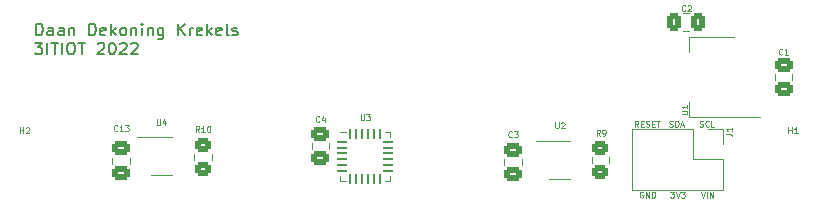
<source format=gto>
G04 #@! TF.GenerationSoftware,KiCad,Pcbnew,6.0.9-8da3e8f707~116~ubuntu22.04.1*
G04 #@! TF.CreationDate,2022-11-08T11:47:18+01:00*
G04 #@! TF.ProjectId,PCB-lijnvolger,5043422d-6c69-46a6-9e76-6f6c6765722e,1.0*
G04 #@! TF.SameCoordinates,Original*
G04 #@! TF.FileFunction,Legend,Top*
G04 #@! TF.FilePolarity,Positive*
%FSLAX46Y46*%
G04 Gerber Fmt 4.6, Leading zero omitted, Abs format (unit mm)*
G04 Created by KiCad (PCBNEW 6.0.9-8da3e8f707~116~ubuntu22.04.1) date 2022-11-08 11:47:18*
%MOMM*%
%LPD*%
G01*
G04 APERTURE LIST*
G04 Aperture macros list*
%AMRoundRect*
0 Rectangle with rounded corners*
0 $1 Rounding radius*
0 $2 $3 $4 $5 $6 $7 $8 $9 X,Y pos of 4 corners*
0 Add a 4 corners polygon primitive as box body*
4,1,4,$2,$3,$4,$5,$6,$7,$8,$9,$2,$3,0*
0 Add four circle primitives for the rounded corners*
1,1,$1+$1,$2,$3*
1,1,$1+$1,$4,$5*
1,1,$1+$1,$6,$7*
1,1,$1+$1,$8,$9*
0 Add four rect primitives between the rounded corners*
20,1,$1+$1,$2,$3,$4,$5,0*
20,1,$1+$1,$4,$5,$6,$7,0*
20,1,$1+$1,$6,$7,$8,$9,0*
20,1,$1+$1,$8,$9,$2,$3,0*%
G04 Aperture macros list end*
%ADD10C,0.100000*%
%ADD11C,0.150000*%
%ADD12C,0.120000*%
%ADD13R,1.560000X0.650000*%
%ADD14RoundRect,0.250000X0.450000X-0.350000X0.450000X0.350000X-0.450000X0.350000X-0.450000X-0.350000X0*%
%ADD15C,5.000000*%
%ADD16R,2.000000X1.500000*%
%ADD17R,2.000000X3.800000*%
%ADD18R,1.700000X1.700000*%
%ADD19O,1.700000X1.700000*%
%ADD20RoundRect,0.062500X-0.350000X-0.062500X0.350000X-0.062500X0.350000X0.062500X-0.350000X0.062500X0*%
%ADD21RoundRect,0.062500X-0.062500X-0.350000X0.062500X-0.350000X0.062500X0.350000X-0.062500X0.350000X0*%
%ADD22R,2.600000X2.600000*%
%ADD23RoundRect,0.250000X0.475000X-0.337500X0.475000X0.337500X-0.475000X0.337500X-0.475000X-0.337500X0*%
%ADD24RoundRect,0.250000X-0.337500X-0.475000X0.337500X-0.475000X0.337500X0.475000X-0.337500X0.475000X0*%
%ADD25RoundRect,0.250000X-0.475000X0.337500X-0.475000X-0.337500X0.475000X-0.337500X0.475000X0.337500X0*%
G04 APERTURE END LIST*
D10*
X153319047Y-96350000D02*
X153271428Y-96326190D01*
X153200000Y-96326190D01*
X153128571Y-96350000D01*
X153080952Y-96397619D01*
X153057142Y-96445238D01*
X153033333Y-96540476D01*
X153033333Y-96611904D01*
X153057142Y-96707142D01*
X153080952Y-96754761D01*
X153128571Y-96802380D01*
X153200000Y-96826190D01*
X153247619Y-96826190D01*
X153319047Y-96802380D01*
X153342857Y-96778571D01*
X153342857Y-96611904D01*
X153247619Y-96611904D01*
X153557142Y-96826190D02*
X153557142Y-96326190D01*
X153842857Y-96826190D01*
X153842857Y-96326190D01*
X154080952Y-96826190D02*
X154080952Y-96326190D01*
X154200000Y-96326190D01*
X154271428Y-96350000D01*
X154319047Y-96397619D01*
X154342857Y-96445238D01*
X154366666Y-96540476D01*
X154366666Y-96611904D01*
X154342857Y-96707142D01*
X154319047Y-96754761D01*
X154271428Y-96802380D01*
X154200000Y-96826190D01*
X154080952Y-96826190D01*
X155542857Y-90802380D02*
X155614285Y-90826190D01*
X155733333Y-90826190D01*
X155780952Y-90802380D01*
X155804761Y-90778571D01*
X155828571Y-90730952D01*
X155828571Y-90683333D01*
X155804761Y-90635714D01*
X155780952Y-90611904D01*
X155733333Y-90588095D01*
X155638095Y-90564285D01*
X155590476Y-90540476D01*
X155566666Y-90516666D01*
X155542857Y-90469047D01*
X155542857Y-90421428D01*
X155566666Y-90373809D01*
X155590476Y-90350000D01*
X155638095Y-90326190D01*
X155757142Y-90326190D01*
X155828571Y-90350000D01*
X156042857Y-90826190D02*
X156042857Y-90326190D01*
X156161904Y-90326190D01*
X156233333Y-90350000D01*
X156280952Y-90397619D01*
X156304761Y-90445238D01*
X156328571Y-90540476D01*
X156328571Y-90611904D01*
X156304761Y-90707142D01*
X156280952Y-90754761D01*
X156233333Y-90802380D01*
X156161904Y-90826190D01*
X156042857Y-90826190D01*
X156519047Y-90683333D02*
X156757142Y-90683333D01*
X156471428Y-90826190D02*
X156638095Y-90326190D01*
X156804761Y-90826190D01*
X158252380Y-96326190D02*
X158419047Y-96826190D01*
X158585714Y-96326190D01*
X158752380Y-96826190D02*
X158752380Y-96326190D01*
X158990476Y-96826190D02*
X158990476Y-96326190D01*
X159276190Y-96826190D01*
X159276190Y-96326190D01*
X155630952Y-96326190D02*
X155940476Y-96326190D01*
X155773809Y-96516666D01*
X155845238Y-96516666D01*
X155892857Y-96540476D01*
X155916666Y-96564285D01*
X155940476Y-96611904D01*
X155940476Y-96730952D01*
X155916666Y-96778571D01*
X155892857Y-96802380D01*
X155845238Y-96826190D01*
X155702380Y-96826190D01*
X155654761Y-96802380D01*
X155630952Y-96778571D01*
X156083333Y-96326190D02*
X156250000Y-96826190D01*
X156416666Y-96326190D01*
X156535714Y-96326190D02*
X156845238Y-96326190D01*
X156678571Y-96516666D01*
X156750000Y-96516666D01*
X156797619Y-96540476D01*
X156821428Y-96564285D01*
X156845238Y-96611904D01*
X156845238Y-96730952D01*
X156821428Y-96778571D01*
X156797619Y-96802380D01*
X156750000Y-96826190D01*
X156607142Y-96826190D01*
X156559523Y-96802380D01*
X156535714Y-96778571D01*
X158104761Y-90802380D02*
X158176190Y-90826190D01*
X158295238Y-90826190D01*
X158342857Y-90802380D01*
X158366666Y-90778571D01*
X158390476Y-90730952D01*
X158390476Y-90683333D01*
X158366666Y-90635714D01*
X158342857Y-90611904D01*
X158295238Y-90588095D01*
X158200000Y-90564285D01*
X158152380Y-90540476D01*
X158128571Y-90516666D01*
X158104761Y-90469047D01*
X158104761Y-90421428D01*
X158128571Y-90373809D01*
X158152380Y-90350000D01*
X158200000Y-90326190D01*
X158319047Y-90326190D01*
X158390476Y-90350000D01*
X158890476Y-90778571D02*
X158866666Y-90802380D01*
X158795238Y-90826190D01*
X158747619Y-90826190D01*
X158676190Y-90802380D01*
X158628571Y-90754761D01*
X158604761Y-90707142D01*
X158580952Y-90611904D01*
X158580952Y-90540476D01*
X158604761Y-90445238D01*
X158628571Y-90397619D01*
X158676190Y-90350000D01*
X158747619Y-90326190D01*
X158795238Y-90326190D01*
X158866666Y-90350000D01*
X158890476Y-90373809D01*
X159342857Y-90826190D02*
X159104761Y-90826190D01*
X159104761Y-90326190D01*
X152923809Y-90826190D02*
X152757142Y-90588095D01*
X152638095Y-90826190D02*
X152638095Y-90326190D01*
X152828571Y-90326190D01*
X152876190Y-90350000D01*
X152900000Y-90373809D01*
X152923809Y-90421428D01*
X152923809Y-90492857D01*
X152900000Y-90540476D01*
X152876190Y-90564285D01*
X152828571Y-90588095D01*
X152638095Y-90588095D01*
X153138095Y-90564285D02*
X153304761Y-90564285D01*
X153376190Y-90826190D02*
X153138095Y-90826190D01*
X153138095Y-90326190D01*
X153376190Y-90326190D01*
X153566666Y-90802380D02*
X153638095Y-90826190D01*
X153757142Y-90826190D01*
X153804761Y-90802380D01*
X153828571Y-90778571D01*
X153852380Y-90730952D01*
X153852380Y-90683333D01*
X153828571Y-90635714D01*
X153804761Y-90611904D01*
X153757142Y-90588095D01*
X153661904Y-90564285D01*
X153614285Y-90540476D01*
X153590476Y-90516666D01*
X153566666Y-90469047D01*
X153566666Y-90421428D01*
X153590476Y-90373809D01*
X153614285Y-90350000D01*
X153661904Y-90326190D01*
X153780952Y-90326190D01*
X153852380Y-90350000D01*
X154066666Y-90564285D02*
X154233333Y-90564285D01*
X154304761Y-90826190D02*
X154066666Y-90826190D01*
X154066666Y-90326190D01*
X154304761Y-90326190D01*
X154447619Y-90326190D02*
X154733333Y-90326190D01*
X154590476Y-90826190D02*
X154590476Y-90326190D01*
D11*
X101935595Y-83097380D02*
X101935595Y-82097380D01*
X102173690Y-82097380D01*
X102316547Y-82145000D01*
X102411785Y-82240238D01*
X102459404Y-82335476D01*
X102507023Y-82525952D01*
X102507023Y-82668809D01*
X102459404Y-82859285D01*
X102411785Y-82954523D01*
X102316547Y-83049761D01*
X102173690Y-83097380D01*
X101935595Y-83097380D01*
X103364166Y-83097380D02*
X103364166Y-82573571D01*
X103316547Y-82478333D01*
X103221309Y-82430714D01*
X103030833Y-82430714D01*
X102935595Y-82478333D01*
X103364166Y-83049761D02*
X103268928Y-83097380D01*
X103030833Y-83097380D01*
X102935595Y-83049761D01*
X102887976Y-82954523D01*
X102887976Y-82859285D01*
X102935595Y-82764047D01*
X103030833Y-82716428D01*
X103268928Y-82716428D01*
X103364166Y-82668809D01*
X104268928Y-83097380D02*
X104268928Y-82573571D01*
X104221309Y-82478333D01*
X104126071Y-82430714D01*
X103935595Y-82430714D01*
X103840357Y-82478333D01*
X104268928Y-83049761D02*
X104173690Y-83097380D01*
X103935595Y-83097380D01*
X103840357Y-83049761D01*
X103792738Y-82954523D01*
X103792738Y-82859285D01*
X103840357Y-82764047D01*
X103935595Y-82716428D01*
X104173690Y-82716428D01*
X104268928Y-82668809D01*
X104745119Y-82430714D02*
X104745119Y-83097380D01*
X104745119Y-82525952D02*
X104792738Y-82478333D01*
X104887976Y-82430714D01*
X105030833Y-82430714D01*
X105126071Y-82478333D01*
X105173690Y-82573571D01*
X105173690Y-83097380D01*
X106411785Y-83097380D02*
X106411785Y-82097380D01*
X106649880Y-82097380D01*
X106792738Y-82145000D01*
X106887976Y-82240238D01*
X106935595Y-82335476D01*
X106983214Y-82525952D01*
X106983214Y-82668809D01*
X106935595Y-82859285D01*
X106887976Y-82954523D01*
X106792738Y-83049761D01*
X106649880Y-83097380D01*
X106411785Y-83097380D01*
X107792738Y-83049761D02*
X107697500Y-83097380D01*
X107507023Y-83097380D01*
X107411785Y-83049761D01*
X107364166Y-82954523D01*
X107364166Y-82573571D01*
X107411785Y-82478333D01*
X107507023Y-82430714D01*
X107697500Y-82430714D01*
X107792738Y-82478333D01*
X107840357Y-82573571D01*
X107840357Y-82668809D01*
X107364166Y-82764047D01*
X108268928Y-83097380D02*
X108268928Y-82097380D01*
X108364166Y-82716428D02*
X108649880Y-83097380D01*
X108649880Y-82430714D02*
X108268928Y-82811666D01*
X109221309Y-83097380D02*
X109126071Y-83049761D01*
X109078452Y-83002142D01*
X109030833Y-82906904D01*
X109030833Y-82621190D01*
X109078452Y-82525952D01*
X109126071Y-82478333D01*
X109221309Y-82430714D01*
X109364166Y-82430714D01*
X109459404Y-82478333D01*
X109507023Y-82525952D01*
X109554642Y-82621190D01*
X109554642Y-82906904D01*
X109507023Y-83002142D01*
X109459404Y-83049761D01*
X109364166Y-83097380D01*
X109221309Y-83097380D01*
X109983214Y-82430714D02*
X109983214Y-83097380D01*
X109983214Y-82525952D02*
X110030833Y-82478333D01*
X110126071Y-82430714D01*
X110268928Y-82430714D01*
X110364166Y-82478333D01*
X110411785Y-82573571D01*
X110411785Y-83097380D01*
X110887976Y-83097380D02*
X110887976Y-82430714D01*
X110887976Y-82097380D02*
X110840357Y-82145000D01*
X110887976Y-82192619D01*
X110935595Y-82145000D01*
X110887976Y-82097380D01*
X110887976Y-82192619D01*
X111364166Y-82430714D02*
X111364166Y-83097380D01*
X111364166Y-82525952D02*
X111411785Y-82478333D01*
X111507023Y-82430714D01*
X111649880Y-82430714D01*
X111745119Y-82478333D01*
X111792738Y-82573571D01*
X111792738Y-83097380D01*
X112697500Y-82430714D02*
X112697500Y-83240238D01*
X112649880Y-83335476D01*
X112602261Y-83383095D01*
X112507023Y-83430714D01*
X112364166Y-83430714D01*
X112268928Y-83383095D01*
X112697500Y-83049761D02*
X112602261Y-83097380D01*
X112411785Y-83097380D01*
X112316547Y-83049761D01*
X112268928Y-83002142D01*
X112221309Y-82906904D01*
X112221309Y-82621190D01*
X112268928Y-82525952D01*
X112316547Y-82478333D01*
X112411785Y-82430714D01*
X112602261Y-82430714D01*
X112697500Y-82478333D01*
X113935595Y-83097380D02*
X113935595Y-82097380D01*
X114507023Y-83097380D02*
X114078452Y-82525952D01*
X114507023Y-82097380D02*
X113935595Y-82668809D01*
X114935595Y-83097380D02*
X114935595Y-82430714D01*
X114935595Y-82621190D02*
X114983214Y-82525952D01*
X115030833Y-82478333D01*
X115126071Y-82430714D01*
X115221309Y-82430714D01*
X115935595Y-83049761D02*
X115840357Y-83097380D01*
X115649880Y-83097380D01*
X115554642Y-83049761D01*
X115507023Y-82954523D01*
X115507023Y-82573571D01*
X115554642Y-82478333D01*
X115649880Y-82430714D01*
X115840357Y-82430714D01*
X115935595Y-82478333D01*
X115983214Y-82573571D01*
X115983214Y-82668809D01*
X115507023Y-82764047D01*
X116411785Y-83097380D02*
X116411785Y-82097380D01*
X116507023Y-82716428D02*
X116792738Y-83097380D01*
X116792738Y-82430714D02*
X116411785Y-82811666D01*
X117602261Y-83049761D02*
X117507023Y-83097380D01*
X117316547Y-83097380D01*
X117221309Y-83049761D01*
X117173690Y-82954523D01*
X117173690Y-82573571D01*
X117221309Y-82478333D01*
X117316547Y-82430714D01*
X117507023Y-82430714D01*
X117602261Y-82478333D01*
X117649880Y-82573571D01*
X117649880Y-82668809D01*
X117173690Y-82764047D01*
X118221309Y-83097380D02*
X118126071Y-83049761D01*
X118078452Y-82954523D01*
X118078452Y-82097380D01*
X118554642Y-83049761D02*
X118649880Y-83097380D01*
X118840357Y-83097380D01*
X118935595Y-83049761D01*
X118983214Y-82954523D01*
X118983214Y-82906904D01*
X118935595Y-82811666D01*
X118840357Y-82764047D01*
X118697500Y-82764047D01*
X118602261Y-82716428D01*
X118554642Y-82621190D01*
X118554642Y-82573571D01*
X118602261Y-82478333D01*
X118697500Y-82430714D01*
X118840357Y-82430714D01*
X118935595Y-82478333D01*
X101840357Y-83707380D02*
X102459404Y-83707380D01*
X102126071Y-84088333D01*
X102268928Y-84088333D01*
X102364166Y-84135952D01*
X102411785Y-84183571D01*
X102459404Y-84278809D01*
X102459404Y-84516904D01*
X102411785Y-84612142D01*
X102364166Y-84659761D01*
X102268928Y-84707380D01*
X101983214Y-84707380D01*
X101887976Y-84659761D01*
X101840357Y-84612142D01*
X102887976Y-84707380D02*
X102887976Y-83707380D01*
X103221309Y-83707380D02*
X103792738Y-83707380D01*
X103507023Y-84707380D02*
X103507023Y-83707380D01*
X104126071Y-84707380D02*
X104126071Y-83707380D01*
X104792738Y-83707380D02*
X104983214Y-83707380D01*
X105078452Y-83755000D01*
X105173690Y-83850238D01*
X105221309Y-84040714D01*
X105221309Y-84374047D01*
X105173690Y-84564523D01*
X105078452Y-84659761D01*
X104983214Y-84707380D01*
X104792738Y-84707380D01*
X104697500Y-84659761D01*
X104602261Y-84564523D01*
X104554642Y-84374047D01*
X104554642Y-84040714D01*
X104602261Y-83850238D01*
X104697500Y-83755000D01*
X104792738Y-83707380D01*
X105507023Y-83707380D02*
X106078452Y-83707380D01*
X105792738Y-84707380D02*
X105792738Y-83707380D01*
X107126071Y-83802619D02*
X107173690Y-83755000D01*
X107268928Y-83707380D01*
X107507023Y-83707380D01*
X107602261Y-83755000D01*
X107649880Y-83802619D01*
X107697500Y-83897857D01*
X107697500Y-83993095D01*
X107649880Y-84135952D01*
X107078452Y-84707380D01*
X107697500Y-84707380D01*
X108316547Y-83707380D02*
X108411785Y-83707380D01*
X108507023Y-83755000D01*
X108554642Y-83802619D01*
X108602261Y-83897857D01*
X108649880Y-84088333D01*
X108649880Y-84326428D01*
X108602261Y-84516904D01*
X108554642Y-84612142D01*
X108507023Y-84659761D01*
X108411785Y-84707380D01*
X108316547Y-84707380D01*
X108221309Y-84659761D01*
X108173690Y-84612142D01*
X108126071Y-84516904D01*
X108078452Y-84326428D01*
X108078452Y-84088333D01*
X108126071Y-83897857D01*
X108173690Y-83802619D01*
X108221309Y-83755000D01*
X108316547Y-83707380D01*
X109030833Y-83802619D02*
X109078452Y-83755000D01*
X109173690Y-83707380D01*
X109411785Y-83707380D01*
X109507023Y-83755000D01*
X109554642Y-83802619D01*
X109602261Y-83897857D01*
X109602261Y-83993095D01*
X109554642Y-84135952D01*
X108983214Y-84707380D01*
X109602261Y-84707380D01*
X109983214Y-83802619D02*
X110030833Y-83755000D01*
X110126071Y-83707380D01*
X110364166Y-83707380D01*
X110459404Y-83755000D01*
X110507023Y-83802619D01*
X110554642Y-83897857D01*
X110554642Y-83993095D01*
X110507023Y-84135952D01*
X109935595Y-84707380D01*
X110554642Y-84707380D01*
D10*
X145888122Y-90467190D02*
X145888122Y-90871952D01*
X145911932Y-90919571D01*
X145935741Y-90943380D01*
X145983360Y-90967190D01*
X146078598Y-90967190D01*
X146126217Y-90943380D01*
X146150027Y-90919571D01*
X146173836Y-90871952D01*
X146173836Y-90467190D01*
X146388122Y-90514809D02*
X146411932Y-90491000D01*
X146459551Y-90467190D01*
X146578598Y-90467190D01*
X146626217Y-90491000D01*
X146650027Y-90514809D01*
X146673836Y-90562428D01*
X146673836Y-90610047D01*
X146650027Y-90681476D01*
X146364313Y-90967190D01*
X146673836Y-90967190D01*
X149664666Y-91598690D02*
X149498000Y-91360595D01*
X149378952Y-91598690D02*
X149378952Y-91098690D01*
X149569428Y-91098690D01*
X149617047Y-91122500D01*
X149640857Y-91146309D01*
X149664666Y-91193928D01*
X149664666Y-91265357D01*
X149640857Y-91312976D01*
X149617047Y-91336785D01*
X149569428Y-91360595D01*
X149378952Y-91360595D01*
X149902761Y-91598690D02*
X149998000Y-91598690D01*
X150045619Y-91574880D01*
X150069428Y-91551071D01*
X150117047Y-91479642D01*
X150140857Y-91384404D01*
X150140857Y-91193928D01*
X150117047Y-91146309D01*
X150093238Y-91122500D01*
X150045619Y-91098690D01*
X149950380Y-91098690D01*
X149902761Y-91122500D01*
X149878952Y-91146309D01*
X149855142Y-91193928D01*
X149855142Y-91312976D01*
X149878952Y-91360595D01*
X149902761Y-91384404D01*
X149950380Y-91408214D01*
X150045619Y-91408214D01*
X150093238Y-91384404D01*
X150117047Y-91360595D01*
X150140857Y-91312976D01*
X115731571Y-91281190D02*
X115564904Y-91043095D01*
X115445857Y-91281190D02*
X115445857Y-90781190D01*
X115636333Y-90781190D01*
X115683952Y-90805000D01*
X115707761Y-90828809D01*
X115731571Y-90876428D01*
X115731571Y-90947857D01*
X115707761Y-90995476D01*
X115683952Y-91019285D01*
X115636333Y-91043095D01*
X115445857Y-91043095D01*
X116207761Y-91281190D02*
X115922047Y-91281190D01*
X116064904Y-91281190D02*
X116064904Y-90781190D01*
X116017285Y-90852619D01*
X115969666Y-90900238D01*
X115922047Y-90924047D01*
X116517285Y-90781190D02*
X116564904Y-90781190D01*
X116612523Y-90805000D01*
X116636333Y-90828809D01*
X116660142Y-90876428D01*
X116683952Y-90971666D01*
X116683952Y-91090714D01*
X116660142Y-91185952D01*
X116636333Y-91233571D01*
X116612523Y-91257380D01*
X116564904Y-91281190D01*
X116517285Y-91281190D01*
X116469666Y-91257380D01*
X116445857Y-91233571D01*
X116422047Y-91185952D01*
X116398238Y-91090714D01*
X116398238Y-90971666D01*
X116422047Y-90876428D01*
X116445857Y-90828809D01*
X116469666Y-90805000D01*
X116517285Y-90781190D01*
X165619047Y-91376190D02*
X165619047Y-90876190D01*
X165619047Y-91114285D02*
X165904761Y-91114285D01*
X165904761Y-91376190D02*
X165904761Y-90876190D01*
X166404761Y-91376190D02*
X166119047Y-91376190D01*
X166261904Y-91376190D02*
X166261904Y-90876190D01*
X166214285Y-90947619D01*
X166166666Y-90995238D01*
X166119047Y-91019047D01*
X156576190Y-89780952D02*
X156980952Y-89780952D01*
X157028571Y-89757142D01*
X157052380Y-89733333D01*
X157076190Y-89685714D01*
X157076190Y-89590476D01*
X157052380Y-89542857D01*
X157028571Y-89519047D01*
X156980952Y-89495238D01*
X156576190Y-89495238D01*
X157076190Y-88995238D02*
X157076190Y-89280952D01*
X157076190Y-89138095D02*
X156576190Y-89138095D01*
X156647619Y-89185714D01*
X156695238Y-89233333D01*
X156719047Y-89280952D01*
X160326190Y-91416666D02*
X160683333Y-91416666D01*
X160754761Y-91440476D01*
X160802380Y-91488095D01*
X160826190Y-91559523D01*
X160826190Y-91607142D01*
X160826190Y-90916666D02*
X160826190Y-91202380D01*
X160826190Y-91059523D02*
X160326190Y-91059523D01*
X160397619Y-91107142D01*
X160445238Y-91154761D01*
X160469047Y-91202380D01*
X129413047Y-89771190D02*
X129413047Y-90175952D01*
X129436857Y-90223571D01*
X129460666Y-90247380D01*
X129508285Y-90271190D01*
X129603523Y-90271190D01*
X129651142Y-90247380D01*
X129674952Y-90223571D01*
X129698761Y-90175952D01*
X129698761Y-89771190D01*
X129889238Y-89771190D02*
X130198761Y-89771190D01*
X130032095Y-89961666D01*
X130103523Y-89961666D01*
X130151142Y-89985476D01*
X130174952Y-90009285D01*
X130198761Y-90056904D01*
X130198761Y-90175952D01*
X130174952Y-90223571D01*
X130151142Y-90247380D01*
X130103523Y-90271190D01*
X129960666Y-90271190D01*
X129913047Y-90247380D01*
X129889238Y-90223571D01*
X108804571Y-91152571D02*
X108780761Y-91176380D01*
X108709333Y-91200190D01*
X108661714Y-91200190D01*
X108590285Y-91176380D01*
X108542666Y-91128761D01*
X108518857Y-91081142D01*
X108495047Y-90985904D01*
X108495047Y-90914476D01*
X108518857Y-90819238D01*
X108542666Y-90771619D01*
X108590285Y-90724000D01*
X108661714Y-90700190D01*
X108709333Y-90700190D01*
X108780761Y-90724000D01*
X108804571Y-90747809D01*
X109280761Y-91200190D02*
X108995047Y-91200190D01*
X109137904Y-91200190D02*
X109137904Y-90700190D01*
X109090285Y-90771619D01*
X109042666Y-90819238D01*
X108995047Y-90843047D01*
X109447428Y-90700190D02*
X109756952Y-90700190D01*
X109590285Y-90890666D01*
X109661714Y-90890666D01*
X109709333Y-90914476D01*
X109733142Y-90938285D01*
X109756952Y-90985904D01*
X109756952Y-91104952D01*
X109733142Y-91152571D01*
X109709333Y-91176380D01*
X109661714Y-91200190D01*
X109518857Y-91200190D01*
X109471238Y-91176380D01*
X109447428Y-91152571D01*
X142216666Y-91667532D02*
X142192857Y-91691341D01*
X142121428Y-91715151D01*
X142073809Y-91715151D01*
X142002380Y-91691341D01*
X141954761Y-91643722D01*
X141930952Y-91596103D01*
X141907142Y-91500865D01*
X141907142Y-91429437D01*
X141930952Y-91334199D01*
X141954761Y-91286580D01*
X142002380Y-91238961D01*
X142073809Y-91215151D01*
X142121428Y-91215151D01*
X142192857Y-91238961D01*
X142216666Y-91262770D01*
X142383333Y-91215151D02*
X142692857Y-91215151D01*
X142526190Y-91405627D01*
X142597619Y-91405627D01*
X142645238Y-91429437D01*
X142669047Y-91453246D01*
X142692857Y-91500865D01*
X142692857Y-91619913D01*
X142669047Y-91667532D01*
X142645238Y-91691341D01*
X142597619Y-91715151D01*
X142454761Y-91715151D01*
X142407142Y-91691341D01*
X142383333Y-91667532D01*
X112141047Y-90171190D02*
X112141047Y-90575952D01*
X112164857Y-90623571D01*
X112188666Y-90647380D01*
X112236285Y-90671190D01*
X112331523Y-90671190D01*
X112379142Y-90647380D01*
X112402952Y-90623571D01*
X112426761Y-90575952D01*
X112426761Y-90171190D01*
X112879142Y-90337857D02*
X112879142Y-90671190D01*
X112760095Y-90147380D02*
X112641047Y-90504523D01*
X112950571Y-90504523D01*
X100569047Y-91376190D02*
X100569047Y-90876190D01*
X100569047Y-91114285D02*
X100854761Y-91114285D01*
X100854761Y-91376190D02*
X100854761Y-90876190D01*
X101069047Y-90923809D02*
X101092857Y-90900000D01*
X101140476Y-90876190D01*
X101259523Y-90876190D01*
X101307142Y-90900000D01*
X101330952Y-90923809D01*
X101354761Y-90971428D01*
X101354761Y-91019047D01*
X101330952Y-91090476D01*
X101045238Y-91376190D01*
X101354761Y-91376190D01*
X125916666Y-90378571D02*
X125892857Y-90402380D01*
X125821428Y-90426190D01*
X125773809Y-90426190D01*
X125702380Y-90402380D01*
X125654761Y-90354761D01*
X125630952Y-90307142D01*
X125607142Y-90211904D01*
X125607142Y-90140476D01*
X125630952Y-90045238D01*
X125654761Y-89997619D01*
X125702380Y-89950000D01*
X125773809Y-89926190D01*
X125821428Y-89926190D01*
X125892857Y-89950000D01*
X125916666Y-89973809D01*
X126345238Y-90092857D02*
X126345238Y-90426190D01*
X126226190Y-89902380D02*
X126107142Y-90259523D01*
X126416666Y-90259523D01*
X156888666Y-80986571D02*
X156864857Y-81010380D01*
X156793428Y-81034190D01*
X156745809Y-81034190D01*
X156674380Y-81010380D01*
X156626761Y-80962761D01*
X156602952Y-80915142D01*
X156579142Y-80819904D01*
X156579142Y-80748476D01*
X156602952Y-80653238D01*
X156626761Y-80605619D01*
X156674380Y-80558000D01*
X156745809Y-80534190D01*
X156793428Y-80534190D01*
X156864857Y-80558000D01*
X156888666Y-80581809D01*
X157079142Y-80581809D02*
X157102952Y-80558000D01*
X157150571Y-80534190D01*
X157269619Y-80534190D01*
X157317238Y-80558000D01*
X157341047Y-80581809D01*
X157364857Y-80629428D01*
X157364857Y-80677047D01*
X157341047Y-80748476D01*
X157055333Y-81034190D01*
X157364857Y-81034190D01*
X165116666Y-84678571D02*
X165092857Y-84702380D01*
X165021428Y-84726190D01*
X164973809Y-84726190D01*
X164902380Y-84702380D01*
X164854761Y-84654761D01*
X164830952Y-84607142D01*
X164807142Y-84511904D01*
X164807142Y-84440476D01*
X164830952Y-84345238D01*
X164854761Y-84297619D01*
X164902380Y-84250000D01*
X164973809Y-84226190D01*
X165021428Y-84226190D01*
X165092857Y-84250000D01*
X165116666Y-84273809D01*
X165592857Y-84726190D02*
X165307142Y-84726190D01*
X165450000Y-84726190D02*
X165450000Y-84226190D01*
X165402380Y-84297619D01*
X165354761Y-84345238D01*
X165307142Y-84369047D01*
D12*
X145369075Y-95251000D02*
X147169075Y-95251000D01*
X147169075Y-92031000D02*
X144219075Y-92031000D01*
X150435000Y-93877064D02*
X150435000Y-93422936D01*
X148965000Y-93877064D02*
X148965000Y-93422936D01*
X116785000Y-93627064D02*
X116785000Y-93172936D01*
X115315000Y-93627064D02*
X115315000Y-93172936D01*
X160981000Y-83204000D02*
X157221000Y-83204000D01*
X157221000Y-90024000D02*
X157221000Y-88764000D01*
X163231000Y-90024000D02*
X157221000Y-90024000D01*
X157221000Y-83204000D02*
X157221000Y-84464000D01*
X152365000Y-90995000D02*
X152365000Y-96195000D01*
X160105000Y-96195000D02*
X152365000Y-96195000D01*
X158775000Y-90995000D02*
X160105000Y-90995000D01*
X157505000Y-90995000D02*
X157505000Y-93595000D01*
X157505000Y-93595000D02*
X160105000Y-93595000D01*
X160105000Y-90995000D02*
X160105000Y-92325000D01*
X160105000Y-93595000D02*
X160105000Y-96195000D01*
X157505000Y-90995000D02*
X152365000Y-90995000D01*
X131429000Y-91235000D02*
X131904000Y-91235000D01*
X131904000Y-91235000D02*
X131904000Y-91710000D01*
X128159000Y-91235000D02*
X127684000Y-91235000D01*
X127684000Y-95455000D02*
X127684000Y-94980000D01*
X131429000Y-95455000D02*
X131904000Y-95455000D01*
X131904000Y-95455000D02*
X131904000Y-94980000D01*
X128159000Y-95455000D02*
X127684000Y-95455000D01*
X109835000Y-93961252D02*
X109835000Y-93438748D01*
X108365000Y-93961252D02*
X108365000Y-93438748D01*
X143035000Y-94061252D02*
X143035000Y-93538748D01*
X141565000Y-94061252D02*
X141565000Y-93538748D01*
X113422000Y-91735000D02*
X110472000Y-91735000D01*
X111622000Y-94955000D02*
X113422000Y-94955000D01*
X125265000Y-92723752D02*
X125265000Y-92201248D01*
X126735000Y-92723752D02*
X126735000Y-92201248D01*
X156710748Y-82685000D02*
X157233252Y-82685000D01*
X156710748Y-81215000D02*
X157233252Y-81215000D01*
X164492000Y-86352748D02*
X164492000Y-86875252D01*
X165962000Y-86352748D02*
X165962000Y-86875252D01*
%LPC*%
D13*
X144919075Y-92691000D03*
X144919075Y-93641000D03*
X144919075Y-94591000D03*
X147619075Y-94591000D03*
X147619075Y-93641000D03*
X147619075Y-92691000D03*
D14*
X149700000Y-94650000D03*
X149700000Y-92650000D03*
X116050000Y-94400000D03*
X116050000Y-92400000D03*
D15*
X163700000Y-93700000D03*
D16*
X162281000Y-88914000D03*
D17*
X155981000Y-86614000D03*
D16*
X162281000Y-86614000D03*
X162281000Y-84314000D03*
D18*
X158775000Y-92325000D03*
D19*
X158775000Y-94865000D03*
X156235000Y-92325000D03*
X156235000Y-94865000D03*
X153695000Y-92325000D03*
X153695000Y-94865000D03*
D20*
X127856500Y-92095000D03*
X127856500Y-92595000D03*
X127856500Y-93095000D03*
X127856500Y-93595000D03*
X127856500Y-94095000D03*
X127856500Y-94595000D03*
D21*
X128544000Y-95282500D03*
X129044000Y-95282500D03*
X129544000Y-95282500D03*
X130044000Y-95282500D03*
X130544000Y-95282500D03*
X131044000Y-95282500D03*
D20*
X131731500Y-94595000D03*
X131731500Y-94095000D03*
X131731500Y-93595000D03*
X131731500Y-93095000D03*
X131731500Y-92595000D03*
X131731500Y-92095000D03*
D21*
X131044000Y-91407500D03*
X130544000Y-91407500D03*
X130044000Y-91407500D03*
X129544000Y-91407500D03*
X129044000Y-91407500D03*
X128544000Y-91407500D03*
D22*
X129794000Y-93345000D03*
D23*
X109100000Y-94737500D03*
X109100000Y-92662500D03*
X142300000Y-94837500D03*
X142300000Y-92762500D03*
D13*
X111172000Y-92395000D03*
X111172000Y-93345000D03*
X111172000Y-94295000D03*
X113872000Y-94295000D03*
X113872000Y-93345000D03*
X113872000Y-92395000D03*
D15*
X103300000Y-93700000D03*
D23*
X126000000Y-93500000D03*
X126000000Y-91425000D03*
D24*
X155934500Y-81950000D03*
X158009500Y-81950000D03*
D25*
X165227000Y-85576500D03*
X165227000Y-87651500D03*
M02*

</source>
